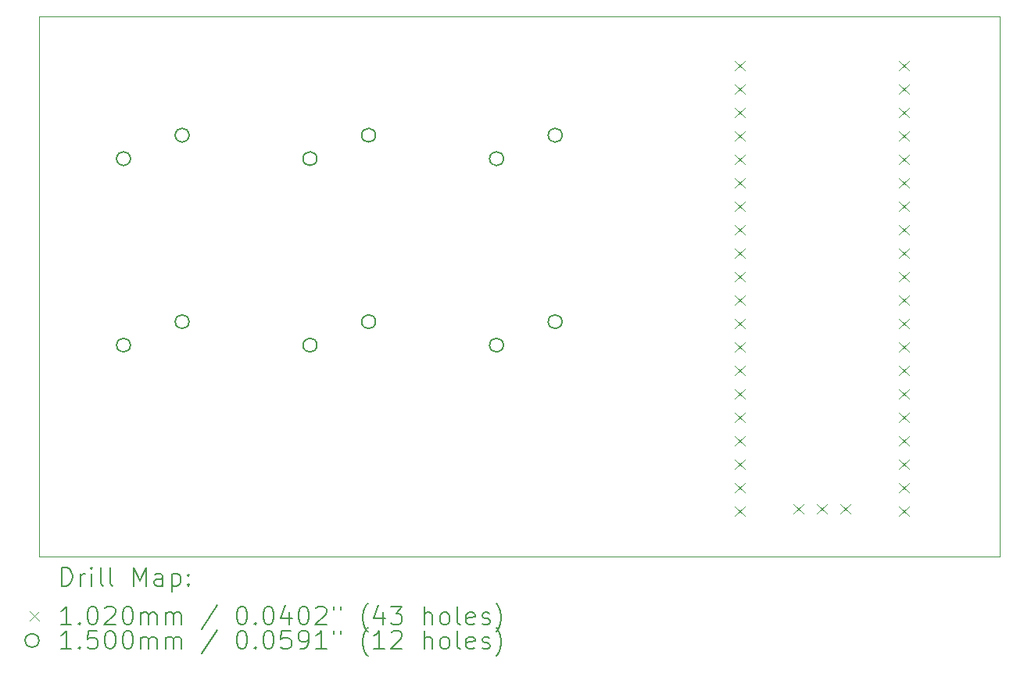
<source format=gbr>
%TF.GenerationSoftware,KiCad,Pcbnew,7.0.1*%
%TF.CreationDate,2023-04-02T08:11:58-04:00*%
%TF.ProjectId,Macropad,4d616372-6f70-4616-942e-6b696361645f,rev?*%
%TF.SameCoordinates,Original*%
%TF.FileFunction,Drillmap*%
%TF.FilePolarity,Positive*%
%FSLAX45Y45*%
G04 Gerber Fmt 4.5, Leading zero omitted, Abs format (unit mm)*
G04 Created by KiCad (PCBNEW 7.0.1) date 2023-04-02 08:11:58*
%MOMM*%
%LPD*%
G01*
G04 APERTURE LIST*
%ADD10C,0.100000*%
%ADD11C,0.200000*%
%ADD12C,0.102000*%
%ADD13C,0.150000*%
G04 APERTURE END LIST*
D10*
X10150000Y-7350000D02*
X20550000Y-7350000D01*
X20550000Y-13200000D01*
X10150000Y-13200000D01*
X10150000Y-7350000D01*
D11*
D12*
X17686000Y-7830000D02*
X17788000Y-7932000D01*
X17788000Y-7830000D02*
X17686000Y-7932000D01*
X17686000Y-8084000D02*
X17788000Y-8186000D01*
X17788000Y-8084000D02*
X17686000Y-8186000D01*
X17686000Y-8338000D02*
X17788000Y-8440000D01*
X17788000Y-8338000D02*
X17686000Y-8440000D01*
X17686000Y-8592000D02*
X17788000Y-8694000D01*
X17788000Y-8592000D02*
X17686000Y-8694000D01*
X17686000Y-8846000D02*
X17788000Y-8948000D01*
X17788000Y-8846000D02*
X17686000Y-8948000D01*
X17686000Y-9100000D02*
X17788000Y-9202000D01*
X17788000Y-9100000D02*
X17686000Y-9202000D01*
X17686000Y-9354000D02*
X17788000Y-9456000D01*
X17788000Y-9354000D02*
X17686000Y-9456000D01*
X17686000Y-9608000D02*
X17788000Y-9710000D01*
X17788000Y-9608000D02*
X17686000Y-9710000D01*
X17686000Y-9862000D02*
X17788000Y-9964000D01*
X17788000Y-9862000D02*
X17686000Y-9964000D01*
X17686000Y-10116000D02*
X17788000Y-10218000D01*
X17788000Y-10116000D02*
X17686000Y-10218000D01*
X17686000Y-10370000D02*
X17788000Y-10472000D01*
X17788000Y-10370000D02*
X17686000Y-10472000D01*
X17686000Y-10624000D02*
X17788000Y-10726000D01*
X17788000Y-10624000D02*
X17686000Y-10726000D01*
X17686000Y-10878000D02*
X17788000Y-10980000D01*
X17788000Y-10878000D02*
X17686000Y-10980000D01*
X17686000Y-11132000D02*
X17788000Y-11234000D01*
X17788000Y-11132000D02*
X17686000Y-11234000D01*
X17686000Y-11386000D02*
X17788000Y-11488000D01*
X17788000Y-11386000D02*
X17686000Y-11488000D01*
X17686000Y-11640000D02*
X17788000Y-11742000D01*
X17788000Y-11640000D02*
X17686000Y-11742000D01*
X17686000Y-11894000D02*
X17788000Y-11996000D01*
X17788000Y-11894000D02*
X17686000Y-11996000D01*
X17686000Y-12148000D02*
X17788000Y-12250000D01*
X17788000Y-12148000D02*
X17686000Y-12250000D01*
X17686000Y-12402000D02*
X17788000Y-12504000D01*
X17788000Y-12402000D02*
X17686000Y-12504000D01*
X17686000Y-12656000D02*
X17788000Y-12758000D01*
X17788000Y-12656000D02*
X17686000Y-12758000D01*
X18321000Y-12633000D02*
X18423000Y-12735000D01*
X18423000Y-12633000D02*
X18321000Y-12735000D01*
X18575000Y-12633000D02*
X18677000Y-12735000D01*
X18677000Y-12633000D02*
X18575000Y-12735000D01*
X18829000Y-12633000D02*
X18931000Y-12735000D01*
X18931000Y-12633000D02*
X18829000Y-12735000D01*
X19464000Y-7830000D02*
X19566000Y-7932000D01*
X19566000Y-7830000D02*
X19464000Y-7932000D01*
X19464000Y-8084000D02*
X19566000Y-8186000D01*
X19566000Y-8084000D02*
X19464000Y-8186000D01*
X19464000Y-8338000D02*
X19566000Y-8440000D01*
X19566000Y-8338000D02*
X19464000Y-8440000D01*
X19464000Y-8592000D02*
X19566000Y-8694000D01*
X19566000Y-8592000D02*
X19464000Y-8694000D01*
X19464000Y-8846000D02*
X19566000Y-8948000D01*
X19566000Y-8846000D02*
X19464000Y-8948000D01*
X19464000Y-9100000D02*
X19566000Y-9202000D01*
X19566000Y-9100000D02*
X19464000Y-9202000D01*
X19464000Y-9354000D02*
X19566000Y-9456000D01*
X19566000Y-9354000D02*
X19464000Y-9456000D01*
X19464000Y-9608000D02*
X19566000Y-9710000D01*
X19566000Y-9608000D02*
X19464000Y-9710000D01*
X19464000Y-9862000D02*
X19566000Y-9964000D01*
X19566000Y-9862000D02*
X19464000Y-9964000D01*
X19464000Y-10116000D02*
X19566000Y-10218000D01*
X19566000Y-10116000D02*
X19464000Y-10218000D01*
X19464000Y-10370000D02*
X19566000Y-10472000D01*
X19566000Y-10370000D02*
X19464000Y-10472000D01*
X19464000Y-10624000D02*
X19566000Y-10726000D01*
X19566000Y-10624000D02*
X19464000Y-10726000D01*
X19464000Y-10878000D02*
X19566000Y-10980000D01*
X19566000Y-10878000D02*
X19464000Y-10980000D01*
X19464000Y-11132000D02*
X19566000Y-11234000D01*
X19566000Y-11132000D02*
X19464000Y-11234000D01*
X19464000Y-11386000D02*
X19566000Y-11488000D01*
X19566000Y-11386000D02*
X19464000Y-11488000D01*
X19464000Y-11640000D02*
X19566000Y-11742000D01*
X19566000Y-11640000D02*
X19464000Y-11742000D01*
X19464000Y-11894000D02*
X19566000Y-11996000D01*
X19566000Y-11894000D02*
X19464000Y-11996000D01*
X19464000Y-12148000D02*
X19566000Y-12250000D01*
X19566000Y-12148000D02*
X19464000Y-12250000D01*
X19464000Y-12402000D02*
X19566000Y-12504000D01*
X19566000Y-12402000D02*
X19464000Y-12504000D01*
X19464000Y-12656000D02*
X19566000Y-12758000D01*
X19566000Y-12656000D02*
X19464000Y-12758000D01*
D13*
X11136000Y-8890000D02*
G75*
G03*
X11136000Y-8890000I-75000J0D01*
G01*
X11136000Y-10910000D02*
G75*
G03*
X11136000Y-10910000I-75000J0D01*
G01*
X11771000Y-8636000D02*
G75*
G03*
X11771000Y-8636000I-75000J0D01*
G01*
X11771000Y-10656000D02*
G75*
G03*
X11771000Y-10656000I-75000J0D01*
G01*
X13156000Y-8890000D02*
G75*
G03*
X13156000Y-8890000I-75000J0D01*
G01*
X13156000Y-10910000D02*
G75*
G03*
X13156000Y-10910000I-75000J0D01*
G01*
X13791000Y-8636000D02*
G75*
G03*
X13791000Y-8636000I-75000J0D01*
G01*
X13791000Y-10656000D02*
G75*
G03*
X13791000Y-10656000I-75000J0D01*
G01*
X15176000Y-8890000D02*
G75*
G03*
X15176000Y-8890000I-75000J0D01*
G01*
X15176000Y-10910000D02*
G75*
G03*
X15176000Y-10910000I-75000J0D01*
G01*
X15811000Y-8636000D02*
G75*
G03*
X15811000Y-8636000I-75000J0D01*
G01*
X15811000Y-10656000D02*
G75*
G03*
X15811000Y-10656000I-75000J0D01*
G01*
D11*
X10392619Y-13517524D02*
X10392619Y-13317524D01*
X10392619Y-13317524D02*
X10440238Y-13317524D01*
X10440238Y-13317524D02*
X10468810Y-13327048D01*
X10468810Y-13327048D02*
X10487857Y-13346095D01*
X10487857Y-13346095D02*
X10497381Y-13365143D01*
X10497381Y-13365143D02*
X10506905Y-13403238D01*
X10506905Y-13403238D02*
X10506905Y-13431809D01*
X10506905Y-13431809D02*
X10497381Y-13469905D01*
X10497381Y-13469905D02*
X10487857Y-13488952D01*
X10487857Y-13488952D02*
X10468810Y-13508000D01*
X10468810Y-13508000D02*
X10440238Y-13517524D01*
X10440238Y-13517524D02*
X10392619Y-13517524D01*
X10592619Y-13517524D02*
X10592619Y-13384190D01*
X10592619Y-13422286D02*
X10602143Y-13403238D01*
X10602143Y-13403238D02*
X10611667Y-13393714D01*
X10611667Y-13393714D02*
X10630714Y-13384190D01*
X10630714Y-13384190D02*
X10649762Y-13384190D01*
X10716429Y-13517524D02*
X10716429Y-13384190D01*
X10716429Y-13317524D02*
X10706905Y-13327048D01*
X10706905Y-13327048D02*
X10716429Y-13336571D01*
X10716429Y-13336571D02*
X10725952Y-13327048D01*
X10725952Y-13327048D02*
X10716429Y-13317524D01*
X10716429Y-13317524D02*
X10716429Y-13336571D01*
X10840238Y-13517524D02*
X10821190Y-13508000D01*
X10821190Y-13508000D02*
X10811667Y-13488952D01*
X10811667Y-13488952D02*
X10811667Y-13317524D01*
X10945000Y-13517524D02*
X10925952Y-13508000D01*
X10925952Y-13508000D02*
X10916429Y-13488952D01*
X10916429Y-13488952D02*
X10916429Y-13317524D01*
X11173571Y-13517524D02*
X11173571Y-13317524D01*
X11173571Y-13317524D02*
X11240238Y-13460381D01*
X11240238Y-13460381D02*
X11306905Y-13317524D01*
X11306905Y-13317524D02*
X11306905Y-13517524D01*
X11487857Y-13517524D02*
X11487857Y-13412762D01*
X11487857Y-13412762D02*
X11478333Y-13393714D01*
X11478333Y-13393714D02*
X11459286Y-13384190D01*
X11459286Y-13384190D02*
X11421190Y-13384190D01*
X11421190Y-13384190D02*
X11402143Y-13393714D01*
X11487857Y-13508000D02*
X11468809Y-13517524D01*
X11468809Y-13517524D02*
X11421190Y-13517524D01*
X11421190Y-13517524D02*
X11402143Y-13508000D01*
X11402143Y-13508000D02*
X11392619Y-13488952D01*
X11392619Y-13488952D02*
X11392619Y-13469905D01*
X11392619Y-13469905D02*
X11402143Y-13450857D01*
X11402143Y-13450857D02*
X11421190Y-13441333D01*
X11421190Y-13441333D02*
X11468809Y-13441333D01*
X11468809Y-13441333D02*
X11487857Y-13431809D01*
X11583095Y-13384190D02*
X11583095Y-13584190D01*
X11583095Y-13393714D02*
X11602143Y-13384190D01*
X11602143Y-13384190D02*
X11640238Y-13384190D01*
X11640238Y-13384190D02*
X11659286Y-13393714D01*
X11659286Y-13393714D02*
X11668809Y-13403238D01*
X11668809Y-13403238D02*
X11678333Y-13422286D01*
X11678333Y-13422286D02*
X11678333Y-13479428D01*
X11678333Y-13479428D02*
X11668809Y-13498476D01*
X11668809Y-13498476D02*
X11659286Y-13508000D01*
X11659286Y-13508000D02*
X11640238Y-13517524D01*
X11640238Y-13517524D02*
X11602143Y-13517524D01*
X11602143Y-13517524D02*
X11583095Y-13508000D01*
X11764048Y-13498476D02*
X11773571Y-13508000D01*
X11773571Y-13508000D02*
X11764048Y-13517524D01*
X11764048Y-13517524D02*
X11754524Y-13508000D01*
X11754524Y-13508000D02*
X11764048Y-13498476D01*
X11764048Y-13498476D02*
X11764048Y-13517524D01*
X11764048Y-13393714D02*
X11773571Y-13403238D01*
X11773571Y-13403238D02*
X11764048Y-13412762D01*
X11764048Y-13412762D02*
X11754524Y-13403238D01*
X11754524Y-13403238D02*
X11764048Y-13393714D01*
X11764048Y-13393714D02*
X11764048Y-13412762D01*
D12*
X10043000Y-13794000D02*
X10145000Y-13896000D01*
X10145000Y-13794000D02*
X10043000Y-13896000D01*
D11*
X10497381Y-13937524D02*
X10383095Y-13937524D01*
X10440238Y-13937524D02*
X10440238Y-13737524D01*
X10440238Y-13737524D02*
X10421190Y-13766095D01*
X10421190Y-13766095D02*
X10402143Y-13785143D01*
X10402143Y-13785143D02*
X10383095Y-13794667D01*
X10583095Y-13918476D02*
X10592619Y-13928000D01*
X10592619Y-13928000D02*
X10583095Y-13937524D01*
X10583095Y-13937524D02*
X10573571Y-13928000D01*
X10573571Y-13928000D02*
X10583095Y-13918476D01*
X10583095Y-13918476D02*
X10583095Y-13937524D01*
X10716429Y-13737524D02*
X10735476Y-13737524D01*
X10735476Y-13737524D02*
X10754524Y-13747048D01*
X10754524Y-13747048D02*
X10764048Y-13756571D01*
X10764048Y-13756571D02*
X10773571Y-13775619D01*
X10773571Y-13775619D02*
X10783095Y-13813714D01*
X10783095Y-13813714D02*
X10783095Y-13861333D01*
X10783095Y-13861333D02*
X10773571Y-13899428D01*
X10773571Y-13899428D02*
X10764048Y-13918476D01*
X10764048Y-13918476D02*
X10754524Y-13928000D01*
X10754524Y-13928000D02*
X10735476Y-13937524D01*
X10735476Y-13937524D02*
X10716429Y-13937524D01*
X10716429Y-13937524D02*
X10697381Y-13928000D01*
X10697381Y-13928000D02*
X10687857Y-13918476D01*
X10687857Y-13918476D02*
X10678333Y-13899428D01*
X10678333Y-13899428D02*
X10668810Y-13861333D01*
X10668810Y-13861333D02*
X10668810Y-13813714D01*
X10668810Y-13813714D02*
X10678333Y-13775619D01*
X10678333Y-13775619D02*
X10687857Y-13756571D01*
X10687857Y-13756571D02*
X10697381Y-13747048D01*
X10697381Y-13747048D02*
X10716429Y-13737524D01*
X10859286Y-13756571D02*
X10868810Y-13747048D01*
X10868810Y-13747048D02*
X10887857Y-13737524D01*
X10887857Y-13737524D02*
X10935476Y-13737524D01*
X10935476Y-13737524D02*
X10954524Y-13747048D01*
X10954524Y-13747048D02*
X10964048Y-13756571D01*
X10964048Y-13756571D02*
X10973571Y-13775619D01*
X10973571Y-13775619D02*
X10973571Y-13794667D01*
X10973571Y-13794667D02*
X10964048Y-13823238D01*
X10964048Y-13823238D02*
X10849762Y-13937524D01*
X10849762Y-13937524D02*
X10973571Y-13937524D01*
X11097381Y-13737524D02*
X11116429Y-13737524D01*
X11116429Y-13737524D02*
X11135476Y-13747048D01*
X11135476Y-13747048D02*
X11145000Y-13756571D01*
X11145000Y-13756571D02*
X11154524Y-13775619D01*
X11154524Y-13775619D02*
X11164048Y-13813714D01*
X11164048Y-13813714D02*
X11164048Y-13861333D01*
X11164048Y-13861333D02*
X11154524Y-13899428D01*
X11154524Y-13899428D02*
X11145000Y-13918476D01*
X11145000Y-13918476D02*
X11135476Y-13928000D01*
X11135476Y-13928000D02*
X11116429Y-13937524D01*
X11116429Y-13937524D02*
X11097381Y-13937524D01*
X11097381Y-13937524D02*
X11078333Y-13928000D01*
X11078333Y-13928000D02*
X11068810Y-13918476D01*
X11068810Y-13918476D02*
X11059286Y-13899428D01*
X11059286Y-13899428D02*
X11049762Y-13861333D01*
X11049762Y-13861333D02*
X11049762Y-13813714D01*
X11049762Y-13813714D02*
X11059286Y-13775619D01*
X11059286Y-13775619D02*
X11068810Y-13756571D01*
X11068810Y-13756571D02*
X11078333Y-13747048D01*
X11078333Y-13747048D02*
X11097381Y-13737524D01*
X11249762Y-13937524D02*
X11249762Y-13804190D01*
X11249762Y-13823238D02*
X11259286Y-13813714D01*
X11259286Y-13813714D02*
X11278333Y-13804190D01*
X11278333Y-13804190D02*
X11306905Y-13804190D01*
X11306905Y-13804190D02*
X11325952Y-13813714D01*
X11325952Y-13813714D02*
X11335476Y-13832762D01*
X11335476Y-13832762D02*
X11335476Y-13937524D01*
X11335476Y-13832762D02*
X11345000Y-13813714D01*
X11345000Y-13813714D02*
X11364048Y-13804190D01*
X11364048Y-13804190D02*
X11392619Y-13804190D01*
X11392619Y-13804190D02*
X11411667Y-13813714D01*
X11411667Y-13813714D02*
X11421190Y-13832762D01*
X11421190Y-13832762D02*
X11421190Y-13937524D01*
X11516429Y-13937524D02*
X11516429Y-13804190D01*
X11516429Y-13823238D02*
X11525952Y-13813714D01*
X11525952Y-13813714D02*
X11545000Y-13804190D01*
X11545000Y-13804190D02*
X11573571Y-13804190D01*
X11573571Y-13804190D02*
X11592619Y-13813714D01*
X11592619Y-13813714D02*
X11602143Y-13832762D01*
X11602143Y-13832762D02*
X11602143Y-13937524D01*
X11602143Y-13832762D02*
X11611667Y-13813714D01*
X11611667Y-13813714D02*
X11630714Y-13804190D01*
X11630714Y-13804190D02*
X11659286Y-13804190D01*
X11659286Y-13804190D02*
X11678333Y-13813714D01*
X11678333Y-13813714D02*
X11687857Y-13832762D01*
X11687857Y-13832762D02*
X11687857Y-13937524D01*
X12078333Y-13728000D02*
X11906905Y-13985143D01*
X12335476Y-13737524D02*
X12354524Y-13737524D01*
X12354524Y-13737524D02*
X12373572Y-13747048D01*
X12373572Y-13747048D02*
X12383095Y-13756571D01*
X12383095Y-13756571D02*
X12392619Y-13775619D01*
X12392619Y-13775619D02*
X12402143Y-13813714D01*
X12402143Y-13813714D02*
X12402143Y-13861333D01*
X12402143Y-13861333D02*
X12392619Y-13899428D01*
X12392619Y-13899428D02*
X12383095Y-13918476D01*
X12383095Y-13918476D02*
X12373572Y-13928000D01*
X12373572Y-13928000D02*
X12354524Y-13937524D01*
X12354524Y-13937524D02*
X12335476Y-13937524D01*
X12335476Y-13937524D02*
X12316429Y-13928000D01*
X12316429Y-13928000D02*
X12306905Y-13918476D01*
X12306905Y-13918476D02*
X12297381Y-13899428D01*
X12297381Y-13899428D02*
X12287857Y-13861333D01*
X12287857Y-13861333D02*
X12287857Y-13813714D01*
X12287857Y-13813714D02*
X12297381Y-13775619D01*
X12297381Y-13775619D02*
X12306905Y-13756571D01*
X12306905Y-13756571D02*
X12316429Y-13747048D01*
X12316429Y-13747048D02*
X12335476Y-13737524D01*
X12487857Y-13918476D02*
X12497381Y-13928000D01*
X12497381Y-13928000D02*
X12487857Y-13937524D01*
X12487857Y-13937524D02*
X12478333Y-13928000D01*
X12478333Y-13928000D02*
X12487857Y-13918476D01*
X12487857Y-13918476D02*
X12487857Y-13937524D01*
X12621191Y-13737524D02*
X12640238Y-13737524D01*
X12640238Y-13737524D02*
X12659286Y-13747048D01*
X12659286Y-13747048D02*
X12668810Y-13756571D01*
X12668810Y-13756571D02*
X12678333Y-13775619D01*
X12678333Y-13775619D02*
X12687857Y-13813714D01*
X12687857Y-13813714D02*
X12687857Y-13861333D01*
X12687857Y-13861333D02*
X12678333Y-13899428D01*
X12678333Y-13899428D02*
X12668810Y-13918476D01*
X12668810Y-13918476D02*
X12659286Y-13928000D01*
X12659286Y-13928000D02*
X12640238Y-13937524D01*
X12640238Y-13937524D02*
X12621191Y-13937524D01*
X12621191Y-13937524D02*
X12602143Y-13928000D01*
X12602143Y-13928000D02*
X12592619Y-13918476D01*
X12592619Y-13918476D02*
X12583095Y-13899428D01*
X12583095Y-13899428D02*
X12573572Y-13861333D01*
X12573572Y-13861333D02*
X12573572Y-13813714D01*
X12573572Y-13813714D02*
X12583095Y-13775619D01*
X12583095Y-13775619D02*
X12592619Y-13756571D01*
X12592619Y-13756571D02*
X12602143Y-13747048D01*
X12602143Y-13747048D02*
X12621191Y-13737524D01*
X12859286Y-13804190D02*
X12859286Y-13937524D01*
X12811667Y-13728000D02*
X12764048Y-13870857D01*
X12764048Y-13870857D02*
X12887857Y-13870857D01*
X13002143Y-13737524D02*
X13021191Y-13737524D01*
X13021191Y-13737524D02*
X13040238Y-13747048D01*
X13040238Y-13747048D02*
X13049762Y-13756571D01*
X13049762Y-13756571D02*
X13059286Y-13775619D01*
X13059286Y-13775619D02*
X13068810Y-13813714D01*
X13068810Y-13813714D02*
X13068810Y-13861333D01*
X13068810Y-13861333D02*
X13059286Y-13899428D01*
X13059286Y-13899428D02*
X13049762Y-13918476D01*
X13049762Y-13918476D02*
X13040238Y-13928000D01*
X13040238Y-13928000D02*
X13021191Y-13937524D01*
X13021191Y-13937524D02*
X13002143Y-13937524D01*
X13002143Y-13937524D02*
X12983095Y-13928000D01*
X12983095Y-13928000D02*
X12973572Y-13918476D01*
X12973572Y-13918476D02*
X12964048Y-13899428D01*
X12964048Y-13899428D02*
X12954524Y-13861333D01*
X12954524Y-13861333D02*
X12954524Y-13813714D01*
X12954524Y-13813714D02*
X12964048Y-13775619D01*
X12964048Y-13775619D02*
X12973572Y-13756571D01*
X12973572Y-13756571D02*
X12983095Y-13747048D01*
X12983095Y-13747048D02*
X13002143Y-13737524D01*
X13145000Y-13756571D02*
X13154524Y-13747048D01*
X13154524Y-13747048D02*
X13173572Y-13737524D01*
X13173572Y-13737524D02*
X13221191Y-13737524D01*
X13221191Y-13737524D02*
X13240238Y-13747048D01*
X13240238Y-13747048D02*
X13249762Y-13756571D01*
X13249762Y-13756571D02*
X13259286Y-13775619D01*
X13259286Y-13775619D02*
X13259286Y-13794667D01*
X13259286Y-13794667D02*
X13249762Y-13823238D01*
X13249762Y-13823238D02*
X13135476Y-13937524D01*
X13135476Y-13937524D02*
X13259286Y-13937524D01*
X13335476Y-13737524D02*
X13335476Y-13775619D01*
X13411667Y-13737524D02*
X13411667Y-13775619D01*
X13706905Y-14013714D02*
X13697381Y-14004190D01*
X13697381Y-14004190D02*
X13678334Y-13975619D01*
X13678334Y-13975619D02*
X13668810Y-13956571D01*
X13668810Y-13956571D02*
X13659286Y-13928000D01*
X13659286Y-13928000D02*
X13649762Y-13880381D01*
X13649762Y-13880381D02*
X13649762Y-13842286D01*
X13649762Y-13842286D02*
X13659286Y-13794667D01*
X13659286Y-13794667D02*
X13668810Y-13766095D01*
X13668810Y-13766095D02*
X13678334Y-13747048D01*
X13678334Y-13747048D02*
X13697381Y-13718476D01*
X13697381Y-13718476D02*
X13706905Y-13708952D01*
X13868810Y-13804190D02*
X13868810Y-13937524D01*
X13821191Y-13728000D02*
X13773572Y-13870857D01*
X13773572Y-13870857D02*
X13897381Y-13870857D01*
X13954524Y-13737524D02*
X14078334Y-13737524D01*
X14078334Y-13737524D02*
X14011667Y-13813714D01*
X14011667Y-13813714D02*
X14040238Y-13813714D01*
X14040238Y-13813714D02*
X14059286Y-13823238D01*
X14059286Y-13823238D02*
X14068810Y-13832762D01*
X14068810Y-13832762D02*
X14078334Y-13851809D01*
X14078334Y-13851809D02*
X14078334Y-13899428D01*
X14078334Y-13899428D02*
X14068810Y-13918476D01*
X14068810Y-13918476D02*
X14059286Y-13928000D01*
X14059286Y-13928000D02*
X14040238Y-13937524D01*
X14040238Y-13937524D02*
X13983095Y-13937524D01*
X13983095Y-13937524D02*
X13964048Y-13928000D01*
X13964048Y-13928000D02*
X13954524Y-13918476D01*
X14316429Y-13937524D02*
X14316429Y-13737524D01*
X14402143Y-13937524D02*
X14402143Y-13832762D01*
X14402143Y-13832762D02*
X14392619Y-13813714D01*
X14392619Y-13813714D02*
X14373572Y-13804190D01*
X14373572Y-13804190D02*
X14345000Y-13804190D01*
X14345000Y-13804190D02*
X14325953Y-13813714D01*
X14325953Y-13813714D02*
X14316429Y-13823238D01*
X14525953Y-13937524D02*
X14506905Y-13928000D01*
X14506905Y-13928000D02*
X14497381Y-13918476D01*
X14497381Y-13918476D02*
X14487857Y-13899428D01*
X14487857Y-13899428D02*
X14487857Y-13842286D01*
X14487857Y-13842286D02*
X14497381Y-13823238D01*
X14497381Y-13823238D02*
X14506905Y-13813714D01*
X14506905Y-13813714D02*
X14525953Y-13804190D01*
X14525953Y-13804190D02*
X14554524Y-13804190D01*
X14554524Y-13804190D02*
X14573572Y-13813714D01*
X14573572Y-13813714D02*
X14583096Y-13823238D01*
X14583096Y-13823238D02*
X14592619Y-13842286D01*
X14592619Y-13842286D02*
X14592619Y-13899428D01*
X14592619Y-13899428D02*
X14583096Y-13918476D01*
X14583096Y-13918476D02*
X14573572Y-13928000D01*
X14573572Y-13928000D02*
X14554524Y-13937524D01*
X14554524Y-13937524D02*
X14525953Y-13937524D01*
X14706905Y-13937524D02*
X14687857Y-13928000D01*
X14687857Y-13928000D02*
X14678334Y-13908952D01*
X14678334Y-13908952D02*
X14678334Y-13737524D01*
X14859286Y-13928000D02*
X14840238Y-13937524D01*
X14840238Y-13937524D02*
X14802143Y-13937524D01*
X14802143Y-13937524D02*
X14783096Y-13928000D01*
X14783096Y-13928000D02*
X14773572Y-13908952D01*
X14773572Y-13908952D02*
X14773572Y-13832762D01*
X14773572Y-13832762D02*
X14783096Y-13813714D01*
X14783096Y-13813714D02*
X14802143Y-13804190D01*
X14802143Y-13804190D02*
X14840238Y-13804190D01*
X14840238Y-13804190D02*
X14859286Y-13813714D01*
X14859286Y-13813714D02*
X14868810Y-13832762D01*
X14868810Y-13832762D02*
X14868810Y-13851809D01*
X14868810Y-13851809D02*
X14773572Y-13870857D01*
X14945000Y-13928000D02*
X14964048Y-13937524D01*
X14964048Y-13937524D02*
X15002143Y-13937524D01*
X15002143Y-13937524D02*
X15021191Y-13928000D01*
X15021191Y-13928000D02*
X15030715Y-13908952D01*
X15030715Y-13908952D02*
X15030715Y-13899428D01*
X15030715Y-13899428D02*
X15021191Y-13880381D01*
X15021191Y-13880381D02*
X15002143Y-13870857D01*
X15002143Y-13870857D02*
X14973572Y-13870857D01*
X14973572Y-13870857D02*
X14954524Y-13861333D01*
X14954524Y-13861333D02*
X14945000Y-13842286D01*
X14945000Y-13842286D02*
X14945000Y-13832762D01*
X14945000Y-13832762D02*
X14954524Y-13813714D01*
X14954524Y-13813714D02*
X14973572Y-13804190D01*
X14973572Y-13804190D02*
X15002143Y-13804190D01*
X15002143Y-13804190D02*
X15021191Y-13813714D01*
X15097381Y-14013714D02*
X15106905Y-14004190D01*
X15106905Y-14004190D02*
X15125953Y-13975619D01*
X15125953Y-13975619D02*
X15135477Y-13956571D01*
X15135477Y-13956571D02*
X15145000Y-13928000D01*
X15145000Y-13928000D02*
X15154524Y-13880381D01*
X15154524Y-13880381D02*
X15154524Y-13842286D01*
X15154524Y-13842286D02*
X15145000Y-13794667D01*
X15145000Y-13794667D02*
X15135477Y-13766095D01*
X15135477Y-13766095D02*
X15125953Y-13747048D01*
X15125953Y-13747048D02*
X15106905Y-13718476D01*
X15106905Y-13718476D02*
X15097381Y-13708952D01*
D13*
X10145000Y-14109000D02*
G75*
G03*
X10145000Y-14109000I-75000J0D01*
G01*
D11*
X10497381Y-14201524D02*
X10383095Y-14201524D01*
X10440238Y-14201524D02*
X10440238Y-14001524D01*
X10440238Y-14001524D02*
X10421190Y-14030095D01*
X10421190Y-14030095D02*
X10402143Y-14049143D01*
X10402143Y-14049143D02*
X10383095Y-14058667D01*
X10583095Y-14182476D02*
X10592619Y-14192000D01*
X10592619Y-14192000D02*
X10583095Y-14201524D01*
X10583095Y-14201524D02*
X10573571Y-14192000D01*
X10573571Y-14192000D02*
X10583095Y-14182476D01*
X10583095Y-14182476D02*
X10583095Y-14201524D01*
X10773571Y-14001524D02*
X10678333Y-14001524D01*
X10678333Y-14001524D02*
X10668810Y-14096762D01*
X10668810Y-14096762D02*
X10678333Y-14087238D01*
X10678333Y-14087238D02*
X10697381Y-14077714D01*
X10697381Y-14077714D02*
X10745000Y-14077714D01*
X10745000Y-14077714D02*
X10764048Y-14087238D01*
X10764048Y-14087238D02*
X10773571Y-14096762D01*
X10773571Y-14096762D02*
X10783095Y-14115809D01*
X10783095Y-14115809D02*
X10783095Y-14163428D01*
X10783095Y-14163428D02*
X10773571Y-14182476D01*
X10773571Y-14182476D02*
X10764048Y-14192000D01*
X10764048Y-14192000D02*
X10745000Y-14201524D01*
X10745000Y-14201524D02*
X10697381Y-14201524D01*
X10697381Y-14201524D02*
X10678333Y-14192000D01*
X10678333Y-14192000D02*
X10668810Y-14182476D01*
X10906905Y-14001524D02*
X10925952Y-14001524D01*
X10925952Y-14001524D02*
X10945000Y-14011048D01*
X10945000Y-14011048D02*
X10954524Y-14020571D01*
X10954524Y-14020571D02*
X10964048Y-14039619D01*
X10964048Y-14039619D02*
X10973571Y-14077714D01*
X10973571Y-14077714D02*
X10973571Y-14125333D01*
X10973571Y-14125333D02*
X10964048Y-14163428D01*
X10964048Y-14163428D02*
X10954524Y-14182476D01*
X10954524Y-14182476D02*
X10945000Y-14192000D01*
X10945000Y-14192000D02*
X10925952Y-14201524D01*
X10925952Y-14201524D02*
X10906905Y-14201524D01*
X10906905Y-14201524D02*
X10887857Y-14192000D01*
X10887857Y-14192000D02*
X10878333Y-14182476D01*
X10878333Y-14182476D02*
X10868810Y-14163428D01*
X10868810Y-14163428D02*
X10859286Y-14125333D01*
X10859286Y-14125333D02*
X10859286Y-14077714D01*
X10859286Y-14077714D02*
X10868810Y-14039619D01*
X10868810Y-14039619D02*
X10878333Y-14020571D01*
X10878333Y-14020571D02*
X10887857Y-14011048D01*
X10887857Y-14011048D02*
X10906905Y-14001524D01*
X11097381Y-14001524D02*
X11116429Y-14001524D01*
X11116429Y-14001524D02*
X11135476Y-14011048D01*
X11135476Y-14011048D02*
X11145000Y-14020571D01*
X11145000Y-14020571D02*
X11154524Y-14039619D01*
X11154524Y-14039619D02*
X11164048Y-14077714D01*
X11164048Y-14077714D02*
X11164048Y-14125333D01*
X11164048Y-14125333D02*
X11154524Y-14163428D01*
X11154524Y-14163428D02*
X11145000Y-14182476D01*
X11145000Y-14182476D02*
X11135476Y-14192000D01*
X11135476Y-14192000D02*
X11116429Y-14201524D01*
X11116429Y-14201524D02*
X11097381Y-14201524D01*
X11097381Y-14201524D02*
X11078333Y-14192000D01*
X11078333Y-14192000D02*
X11068810Y-14182476D01*
X11068810Y-14182476D02*
X11059286Y-14163428D01*
X11059286Y-14163428D02*
X11049762Y-14125333D01*
X11049762Y-14125333D02*
X11049762Y-14077714D01*
X11049762Y-14077714D02*
X11059286Y-14039619D01*
X11059286Y-14039619D02*
X11068810Y-14020571D01*
X11068810Y-14020571D02*
X11078333Y-14011048D01*
X11078333Y-14011048D02*
X11097381Y-14001524D01*
X11249762Y-14201524D02*
X11249762Y-14068190D01*
X11249762Y-14087238D02*
X11259286Y-14077714D01*
X11259286Y-14077714D02*
X11278333Y-14068190D01*
X11278333Y-14068190D02*
X11306905Y-14068190D01*
X11306905Y-14068190D02*
X11325952Y-14077714D01*
X11325952Y-14077714D02*
X11335476Y-14096762D01*
X11335476Y-14096762D02*
X11335476Y-14201524D01*
X11335476Y-14096762D02*
X11345000Y-14077714D01*
X11345000Y-14077714D02*
X11364048Y-14068190D01*
X11364048Y-14068190D02*
X11392619Y-14068190D01*
X11392619Y-14068190D02*
X11411667Y-14077714D01*
X11411667Y-14077714D02*
X11421190Y-14096762D01*
X11421190Y-14096762D02*
X11421190Y-14201524D01*
X11516429Y-14201524D02*
X11516429Y-14068190D01*
X11516429Y-14087238D02*
X11525952Y-14077714D01*
X11525952Y-14077714D02*
X11545000Y-14068190D01*
X11545000Y-14068190D02*
X11573571Y-14068190D01*
X11573571Y-14068190D02*
X11592619Y-14077714D01*
X11592619Y-14077714D02*
X11602143Y-14096762D01*
X11602143Y-14096762D02*
X11602143Y-14201524D01*
X11602143Y-14096762D02*
X11611667Y-14077714D01*
X11611667Y-14077714D02*
X11630714Y-14068190D01*
X11630714Y-14068190D02*
X11659286Y-14068190D01*
X11659286Y-14068190D02*
X11678333Y-14077714D01*
X11678333Y-14077714D02*
X11687857Y-14096762D01*
X11687857Y-14096762D02*
X11687857Y-14201524D01*
X12078333Y-13992000D02*
X11906905Y-14249143D01*
X12335476Y-14001524D02*
X12354524Y-14001524D01*
X12354524Y-14001524D02*
X12373572Y-14011048D01*
X12373572Y-14011048D02*
X12383095Y-14020571D01*
X12383095Y-14020571D02*
X12392619Y-14039619D01*
X12392619Y-14039619D02*
X12402143Y-14077714D01*
X12402143Y-14077714D02*
X12402143Y-14125333D01*
X12402143Y-14125333D02*
X12392619Y-14163428D01*
X12392619Y-14163428D02*
X12383095Y-14182476D01*
X12383095Y-14182476D02*
X12373572Y-14192000D01*
X12373572Y-14192000D02*
X12354524Y-14201524D01*
X12354524Y-14201524D02*
X12335476Y-14201524D01*
X12335476Y-14201524D02*
X12316429Y-14192000D01*
X12316429Y-14192000D02*
X12306905Y-14182476D01*
X12306905Y-14182476D02*
X12297381Y-14163428D01*
X12297381Y-14163428D02*
X12287857Y-14125333D01*
X12287857Y-14125333D02*
X12287857Y-14077714D01*
X12287857Y-14077714D02*
X12297381Y-14039619D01*
X12297381Y-14039619D02*
X12306905Y-14020571D01*
X12306905Y-14020571D02*
X12316429Y-14011048D01*
X12316429Y-14011048D02*
X12335476Y-14001524D01*
X12487857Y-14182476D02*
X12497381Y-14192000D01*
X12497381Y-14192000D02*
X12487857Y-14201524D01*
X12487857Y-14201524D02*
X12478333Y-14192000D01*
X12478333Y-14192000D02*
X12487857Y-14182476D01*
X12487857Y-14182476D02*
X12487857Y-14201524D01*
X12621191Y-14001524D02*
X12640238Y-14001524D01*
X12640238Y-14001524D02*
X12659286Y-14011048D01*
X12659286Y-14011048D02*
X12668810Y-14020571D01*
X12668810Y-14020571D02*
X12678333Y-14039619D01*
X12678333Y-14039619D02*
X12687857Y-14077714D01*
X12687857Y-14077714D02*
X12687857Y-14125333D01*
X12687857Y-14125333D02*
X12678333Y-14163428D01*
X12678333Y-14163428D02*
X12668810Y-14182476D01*
X12668810Y-14182476D02*
X12659286Y-14192000D01*
X12659286Y-14192000D02*
X12640238Y-14201524D01*
X12640238Y-14201524D02*
X12621191Y-14201524D01*
X12621191Y-14201524D02*
X12602143Y-14192000D01*
X12602143Y-14192000D02*
X12592619Y-14182476D01*
X12592619Y-14182476D02*
X12583095Y-14163428D01*
X12583095Y-14163428D02*
X12573572Y-14125333D01*
X12573572Y-14125333D02*
X12573572Y-14077714D01*
X12573572Y-14077714D02*
X12583095Y-14039619D01*
X12583095Y-14039619D02*
X12592619Y-14020571D01*
X12592619Y-14020571D02*
X12602143Y-14011048D01*
X12602143Y-14011048D02*
X12621191Y-14001524D01*
X12868810Y-14001524D02*
X12773572Y-14001524D01*
X12773572Y-14001524D02*
X12764048Y-14096762D01*
X12764048Y-14096762D02*
X12773572Y-14087238D01*
X12773572Y-14087238D02*
X12792619Y-14077714D01*
X12792619Y-14077714D02*
X12840238Y-14077714D01*
X12840238Y-14077714D02*
X12859286Y-14087238D01*
X12859286Y-14087238D02*
X12868810Y-14096762D01*
X12868810Y-14096762D02*
X12878333Y-14115809D01*
X12878333Y-14115809D02*
X12878333Y-14163428D01*
X12878333Y-14163428D02*
X12868810Y-14182476D01*
X12868810Y-14182476D02*
X12859286Y-14192000D01*
X12859286Y-14192000D02*
X12840238Y-14201524D01*
X12840238Y-14201524D02*
X12792619Y-14201524D01*
X12792619Y-14201524D02*
X12773572Y-14192000D01*
X12773572Y-14192000D02*
X12764048Y-14182476D01*
X12973572Y-14201524D02*
X13011667Y-14201524D01*
X13011667Y-14201524D02*
X13030714Y-14192000D01*
X13030714Y-14192000D02*
X13040238Y-14182476D01*
X13040238Y-14182476D02*
X13059286Y-14153905D01*
X13059286Y-14153905D02*
X13068810Y-14115809D01*
X13068810Y-14115809D02*
X13068810Y-14039619D01*
X13068810Y-14039619D02*
X13059286Y-14020571D01*
X13059286Y-14020571D02*
X13049762Y-14011048D01*
X13049762Y-14011048D02*
X13030714Y-14001524D01*
X13030714Y-14001524D02*
X12992619Y-14001524D01*
X12992619Y-14001524D02*
X12973572Y-14011048D01*
X12973572Y-14011048D02*
X12964048Y-14020571D01*
X12964048Y-14020571D02*
X12954524Y-14039619D01*
X12954524Y-14039619D02*
X12954524Y-14087238D01*
X12954524Y-14087238D02*
X12964048Y-14106286D01*
X12964048Y-14106286D02*
X12973572Y-14115809D01*
X12973572Y-14115809D02*
X12992619Y-14125333D01*
X12992619Y-14125333D02*
X13030714Y-14125333D01*
X13030714Y-14125333D02*
X13049762Y-14115809D01*
X13049762Y-14115809D02*
X13059286Y-14106286D01*
X13059286Y-14106286D02*
X13068810Y-14087238D01*
X13259286Y-14201524D02*
X13145000Y-14201524D01*
X13202143Y-14201524D02*
X13202143Y-14001524D01*
X13202143Y-14001524D02*
X13183095Y-14030095D01*
X13183095Y-14030095D02*
X13164048Y-14049143D01*
X13164048Y-14049143D02*
X13145000Y-14058667D01*
X13335476Y-14001524D02*
X13335476Y-14039619D01*
X13411667Y-14001524D02*
X13411667Y-14039619D01*
X13706905Y-14277714D02*
X13697381Y-14268190D01*
X13697381Y-14268190D02*
X13678334Y-14239619D01*
X13678334Y-14239619D02*
X13668810Y-14220571D01*
X13668810Y-14220571D02*
X13659286Y-14192000D01*
X13659286Y-14192000D02*
X13649762Y-14144381D01*
X13649762Y-14144381D02*
X13649762Y-14106286D01*
X13649762Y-14106286D02*
X13659286Y-14058667D01*
X13659286Y-14058667D02*
X13668810Y-14030095D01*
X13668810Y-14030095D02*
X13678334Y-14011048D01*
X13678334Y-14011048D02*
X13697381Y-13982476D01*
X13697381Y-13982476D02*
X13706905Y-13972952D01*
X13887857Y-14201524D02*
X13773572Y-14201524D01*
X13830714Y-14201524D02*
X13830714Y-14001524D01*
X13830714Y-14001524D02*
X13811667Y-14030095D01*
X13811667Y-14030095D02*
X13792619Y-14049143D01*
X13792619Y-14049143D02*
X13773572Y-14058667D01*
X13964048Y-14020571D02*
X13973572Y-14011048D01*
X13973572Y-14011048D02*
X13992619Y-14001524D01*
X13992619Y-14001524D02*
X14040238Y-14001524D01*
X14040238Y-14001524D02*
X14059286Y-14011048D01*
X14059286Y-14011048D02*
X14068810Y-14020571D01*
X14068810Y-14020571D02*
X14078334Y-14039619D01*
X14078334Y-14039619D02*
X14078334Y-14058667D01*
X14078334Y-14058667D02*
X14068810Y-14087238D01*
X14068810Y-14087238D02*
X13954524Y-14201524D01*
X13954524Y-14201524D02*
X14078334Y-14201524D01*
X14316429Y-14201524D02*
X14316429Y-14001524D01*
X14402143Y-14201524D02*
X14402143Y-14096762D01*
X14402143Y-14096762D02*
X14392619Y-14077714D01*
X14392619Y-14077714D02*
X14373572Y-14068190D01*
X14373572Y-14068190D02*
X14345000Y-14068190D01*
X14345000Y-14068190D02*
X14325953Y-14077714D01*
X14325953Y-14077714D02*
X14316429Y-14087238D01*
X14525953Y-14201524D02*
X14506905Y-14192000D01*
X14506905Y-14192000D02*
X14497381Y-14182476D01*
X14497381Y-14182476D02*
X14487857Y-14163428D01*
X14487857Y-14163428D02*
X14487857Y-14106286D01*
X14487857Y-14106286D02*
X14497381Y-14087238D01*
X14497381Y-14087238D02*
X14506905Y-14077714D01*
X14506905Y-14077714D02*
X14525953Y-14068190D01*
X14525953Y-14068190D02*
X14554524Y-14068190D01*
X14554524Y-14068190D02*
X14573572Y-14077714D01*
X14573572Y-14077714D02*
X14583096Y-14087238D01*
X14583096Y-14087238D02*
X14592619Y-14106286D01*
X14592619Y-14106286D02*
X14592619Y-14163428D01*
X14592619Y-14163428D02*
X14583096Y-14182476D01*
X14583096Y-14182476D02*
X14573572Y-14192000D01*
X14573572Y-14192000D02*
X14554524Y-14201524D01*
X14554524Y-14201524D02*
X14525953Y-14201524D01*
X14706905Y-14201524D02*
X14687857Y-14192000D01*
X14687857Y-14192000D02*
X14678334Y-14172952D01*
X14678334Y-14172952D02*
X14678334Y-14001524D01*
X14859286Y-14192000D02*
X14840238Y-14201524D01*
X14840238Y-14201524D02*
X14802143Y-14201524D01*
X14802143Y-14201524D02*
X14783096Y-14192000D01*
X14783096Y-14192000D02*
X14773572Y-14172952D01*
X14773572Y-14172952D02*
X14773572Y-14096762D01*
X14773572Y-14096762D02*
X14783096Y-14077714D01*
X14783096Y-14077714D02*
X14802143Y-14068190D01*
X14802143Y-14068190D02*
X14840238Y-14068190D01*
X14840238Y-14068190D02*
X14859286Y-14077714D01*
X14859286Y-14077714D02*
X14868810Y-14096762D01*
X14868810Y-14096762D02*
X14868810Y-14115809D01*
X14868810Y-14115809D02*
X14773572Y-14134857D01*
X14945000Y-14192000D02*
X14964048Y-14201524D01*
X14964048Y-14201524D02*
X15002143Y-14201524D01*
X15002143Y-14201524D02*
X15021191Y-14192000D01*
X15021191Y-14192000D02*
X15030715Y-14172952D01*
X15030715Y-14172952D02*
X15030715Y-14163428D01*
X15030715Y-14163428D02*
X15021191Y-14144381D01*
X15021191Y-14144381D02*
X15002143Y-14134857D01*
X15002143Y-14134857D02*
X14973572Y-14134857D01*
X14973572Y-14134857D02*
X14954524Y-14125333D01*
X14954524Y-14125333D02*
X14945000Y-14106286D01*
X14945000Y-14106286D02*
X14945000Y-14096762D01*
X14945000Y-14096762D02*
X14954524Y-14077714D01*
X14954524Y-14077714D02*
X14973572Y-14068190D01*
X14973572Y-14068190D02*
X15002143Y-14068190D01*
X15002143Y-14068190D02*
X15021191Y-14077714D01*
X15097381Y-14277714D02*
X15106905Y-14268190D01*
X15106905Y-14268190D02*
X15125953Y-14239619D01*
X15125953Y-14239619D02*
X15135477Y-14220571D01*
X15135477Y-14220571D02*
X15145000Y-14192000D01*
X15145000Y-14192000D02*
X15154524Y-14144381D01*
X15154524Y-14144381D02*
X15154524Y-14106286D01*
X15154524Y-14106286D02*
X15145000Y-14058667D01*
X15145000Y-14058667D02*
X15135477Y-14030095D01*
X15135477Y-14030095D02*
X15125953Y-14011048D01*
X15125953Y-14011048D02*
X15106905Y-13982476D01*
X15106905Y-13982476D02*
X15097381Y-13972952D01*
M02*

</source>
